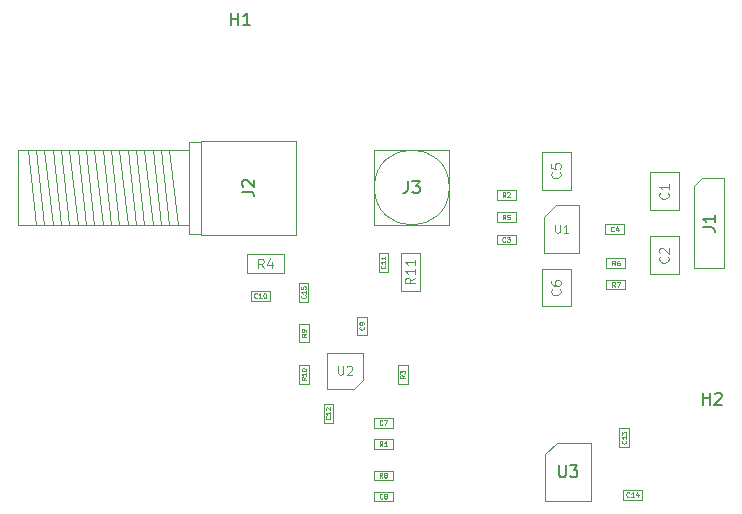
<source format=gbr>
G04 #@! TF.GenerationSoftware,KiCad,Pcbnew,(6.0.5)*
G04 #@! TF.CreationDate,2022-06-03T12:50:18+02:00*
G04 #@! TF.ProjectId,PDH_photodiode,5044485f-7068-46f7-946f-64696f64652e,1.3*
G04 #@! TF.SameCoordinates,Original*
G04 #@! TF.FileFunction,AssemblyDrawing,Top*
%FSLAX45Y45*%
G04 Gerber Fmt 4.5, Leading zero omitted, Abs format (unit mm)*
G04 Created by KiCad (PCBNEW (6.0.5)) date 2022-06-03 12:50:18*
%MOMM*%
%LPD*%
G01*
G04 APERTURE LIST*
%ADD10C,0.120000*%
%ADD11C,0.060000*%
%ADD12C,0.100000*%
%ADD13C,0.150000*%
%ADD14C,0.110000*%
G04 APERTURE END LIST*
D10*
X13858571Y-6243333D02*
X13862381Y-6247143D01*
X13866190Y-6258571D01*
X13866190Y-6266190D01*
X13862381Y-6277619D01*
X13854762Y-6285238D01*
X13847143Y-6289048D01*
X13831905Y-6292857D01*
X13820476Y-6292857D01*
X13805238Y-6289048D01*
X13797619Y-6285238D01*
X13790000Y-6277619D01*
X13786190Y-6266190D01*
X13786190Y-6258571D01*
X13790000Y-6247143D01*
X13793809Y-6243333D01*
X13786190Y-6170952D02*
X13786190Y-6209048D01*
X13824286Y-6212857D01*
X13820476Y-6209048D01*
X13816667Y-6201428D01*
X13816667Y-6182381D01*
X13820476Y-6174762D01*
X13824286Y-6170952D01*
X13831905Y-6167143D01*
X13850952Y-6167143D01*
X13858571Y-6170952D01*
X13862381Y-6174762D01*
X13866190Y-6182381D01*
X13866190Y-6201428D01*
X13862381Y-6209048D01*
X13858571Y-6212857D01*
X13858571Y-7233333D02*
X13862381Y-7237143D01*
X13866190Y-7248571D01*
X13866190Y-7256190D01*
X13862381Y-7267619D01*
X13854762Y-7275238D01*
X13847143Y-7279048D01*
X13831905Y-7282857D01*
X13820476Y-7282857D01*
X13805238Y-7279048D01*
X13797619Y-7275238D01*
X13790000Y-7267619D01*
X13786190Y-7256190D01*
X13786190Y-7248571D01*
X13790000Y-7237143D01*
X13793809Y-7233333D01*
X13786190Y-7164762D02*
X13786190Y-7180000D01*
X13790000Y-7187619D01*
X13793809Y-7191428D01*
X13805238Y-7199048D01*
X13820476Y-7202857D01*
X13850952Y-7202857D01*
X13858571Y-7199048D01*
X13862381Y-7195238D01*
X13866190Y-7187619D01*
X13866190Y-7172381D01*
X13862381Y-7164762D01*
X13858571Y-7160952D01*
X13850952Y-7157143D01*
X13831905Y-7157143D01*
X13824286Y-7160952D01*
X13820476Y-7164762D01*
X13816667Y-7172381D01*
X13816667Y-7187619D01*
X13820476Y-7195238D01*
X13824286Y-7199048D01*
X13831905Y-7202857D01*
D11*
X12358333Y-9002686D02*
X12356428Y-9004590D01*
X12350714Y-9006495D01*
X12346905Y-9006495D01*
X12341190Y-9004590D01*
X12337381Y-9000781D01*
X12335476Y-8996971D01*
X12333571Y-8989352D01*
X12333571Y-8983638D01*
X12335476Y-8976019D01*
X12337381Y-8972210D01*
X12341190Y-8968400D01*
X12346905Y-8966495D01*
X12350714Y-8966495D01*
X12356428Y-8968400D01*
X12358333Y-8970305D01*
X12381190Y-8983638D02*
X12377381Y-8981733D01*
X12375476Y-8979829D01*
X12373571Y-8976019D01*
X12373571Y-8974114D01*
X12375476Y-8970305D01*
X12377381Y-8968400D01*
X12381190Y-8966495D01*
X12388809Y-8966495D01*
X12392619Y-8968400D01*
X12394524Y-8970305D01*
X12396428Y-8974114D01*
X12396428Y-8976019D01*
X12394524Y-8979829D01*
X12392619Y-8981733D01*
X12388809Y-8983638D01*
X12381190Y-8983638D01*
X12377381Y-8985543D01*
X12375476Y-8987448D01*
X12373571Y-8991257D01*
X12373571Y-8998876D01*
X12375476Y-9002686D01*
X12377381Y-9004590D01*
X12381190Y-9006495D01*
X12388809Y-9006495D01*
X12392619Y-9004590D01*
X12394524Y-9002686D01*
X12396428Y-8998876D01*
X12396428Y-8991257D01*
X12394524Y-8987448D01*
X12392619Y-8985543D01*
X12388809Y-8983638D01*
X12199286Y-7551667D02*
X12201190Y-7553571D01*
X12203095Y-7559286D01*
X12203095Y-7563095D01*
X12201190Y-7568809D01*
X12197381Y-7572619D01*
X12193571Y-7574524D01*
X12185952Y-7576428D01*
X12180238Y-7576428D01*
X12172619Y-7574524D01*
X12168809Y-7572619D01*
X12165000Y-7568809D01*
X12163095Y-7563095D01*
X12163095Y-7559286D01*
X12165000Y-7553571D01*
X12166905Y-7551667D01*
X12203095Y-7532619D02*
X12203095Y-7525000D01*
X12201190Y-7521190D01*
X12199286Y-7519286D01*
X12193571Y-7515476D01*
X12185952Y-7513571D01*
X12170714Y-7513571D01*
X12166905Y-7515476D01*
X12165000Y-7517381D01*
X12163095Y-7521190D01*
X12163095Y-7528809D01*
X12165000Y-7532619D01*
X12166905Y-7534524D01*
X12170714Y-7536428D01*
X12180238Y-7536428D01*
X12184048Y-7534524D01*
X12185952Y-7532619D01*
X12187857Y-7528809D01*
X12187857Y-7521190D01*
X12185952Y-7517381D01*
X12184048Y-7515476D01*
X12180238Y-7513571D01*
X11914286Y-8310714D02*
X11916190Y-8312619D01*
X11918095Y-8318333D01*
X11918095Y-8322143D01*
X11916190Y-8327857D01*
X11912381Y-8331667D01*
X11908571Y-8333571D01*
X11900952Y-8335476D01*
X11895238Y-8335476D01*
X11887619Y-8333571D01*
X11883809Y-8331667D01*
X11880000Y-8327857D01*
X11878095Y-8322143D01*
X11878095Y-8318333D01*
X11880000Y-8312619D01*
X11881905Y-8310714D01*
X11918095Y-8272619D02*
X11918095Y-8295476D01*
X11918095Y-8284048D02*
X11878095Y-8284048D01*
X11883809Y-8287857D01*
X11887619Y-8291667D01*
X11889524Y-8295476D01*
X11881905Y-8257381D02*
X11880000Y-8255476D01*
X11878095Y-8251667D01*
X11878095Y-8242143D01*
X11880000Y-8238333D01*
X11881905Y-8236428D01*
X11885714Y-8234524D01*
X11889524Y-8234524D01*
X11895238Y-8236428D01*
X11918095Y-8259286D01*
X11918095Y-8234524D01*
D10*
X14773571Y-6418333D02*
X14777381Y-6422143D01*
X14781190Y-6433571D01*
X14781190Y-6441190D01*
X14777381Y-6452619D01*
X14769762Y-6460238D01*
X14762143Y-6464048D01*
X14746905Y-6467857D01*
X14735476Y-6467857D01*
X14720238Y-6464048D01*
X14712619Y-6460238D01*
X14705000Y-6452619D01*
X14701190Y-6441190D01*
X14701190Y-6433571D01*
X14705000Y-6422143D01*
X14708809Y-6418333D01*
X14781190Y-6342143D02*
X14781190Y-6387857D01*
X14781190Y-6365000D02*
X14701190Y-6365000D01*
X14712619Y-6372619D01*
X14720238Y-6380238D01*
X14724048Y-6387857D01*
X14773571Y-6958333D02*
X14777381Y-6962143D01*
X14781190Y-6973571D01*
X14781190Y-6981190D01*
X14777381Y-6992619D01*
X14769762Y-7000238D01*
X14762143Y-7004048D01*
X14746905Y-7007857D01*
X14735476Y-7007857D01*
X14720238Y-7004048D01*
X14712619Y-7000238D01*
X14705000Y-6992619D01*
X14701190Y-6981190D01*
X14701190Y-6973571D01*
X14705000Y-6962143D01*
X14708809Y-6958333D01*
X14708809Y-6927857D02*
X14705000Y-6924048D01*
X14701190Y-6916428D01*
X14701190Y-6897381D01*
X14705000Y-6889762D01*
X14708809Y-6885952D01*
X14716428Y-6882143D01*
X14724048Y-6882143D01*
X14735476Y-6885952D01*
X14781190Y-6931667D01*
X14781190Y-6882143D01*
D12*
X13821667Y-6686667D02*
X13821667Y-6743333D01*
X13825000Y-6750000D01*
X13828333Y-6753333D01*
X13835000Y-6756667D01*
X13848333Y-6756667D01*
X13855000Y-6753333D01*
X13858333Y-6750000D01*
X13861667Y-6743333D01*
X13861667Y-6686667D01*
X13931667Y-6756667D02*
X13891667Y-6756667D01*
X13911667Y-6756667D02*
X13911667Y-6686667D01*
X13905000Y-6696667D01*
X13898333Y-6703333D01*
X13891667Y-6706667D01*
D11*
X14318333Y-6739286D02*
X14316428Y-6741190D01*
X14310714Y-6743095D01*
X14306905Y-6743095D01*
X14301190Y-6741190D01*
X14297381Y-6737381D01*
X14295476Y-6733571D01*
X14293571Y-6725952D01*
X14293571Y-6720238D01*
X14295476Y-6712619D01*
X14297381Y-6708809D01*
X14301190Y-6705000D01*
X14306905Y-6703095D01*
X14310714Y-6703095D01*
X14316428Y-6705000D01*
X14318333Y-6706905D01*
X14352619Y-6716428D02*
X14352619Y-6743095D01*
X14343095Y-6701190D02*
X14333571Y-6729762D01*
X14358333Y-6729762D01*
D13*
X15070238Y-6708333D02*
X15141667Y-6708333D01*
X15155952Y-6713095D01*
X15165476Y-6722619D01*
X15170238Y-6736905D01*
X15170238Y-6746428D01*
X15170238Y-6608333D02*
X15170238Y-6665476D01*
X15170238Y-6636905D02*
X15070238Y-6636905D01*
X15084524Y-6646428D01*
X15094048Y-6655952D01*
X15098809Y-6665476D01*
D10*
X11354167Y-7056190D02*
X11327500Y-7018095D01*
X11308452Y-7056190D02*
X11308452Y-6976190D01*
X11338928Y-6976190D01*
X11346548Y-6980000D01*
X11350357Y-6983809D01*
X11354167Y-6991428D01*
X11354167Y-7002857D01*
X11350357Y-7010476D01*
X11346548Y-7014286D01*
X11338928Y-7018095D01*
X11308452Y-7018095D01*
X11422738Y-7002857D02*
X11422738Y-7056190D01*
X11403690Y-6972381D02*
X11384643Y-7029524D01*
X11434167Y-7029524D01*
D11*
X11296786Y-7304286D02*
X11294881Y-7306190D01*
X11289167Y-7308095D01*
X11285357Y-7308095D01*
X11279643Y-7306190D01*
X11275833Y-7302381D01*
X11273928Y-7298571D01*
X11272024Y-7290952D01*
X11272024Y-7285238D01*
X11273928Y-7277619D01*
X11275833Y-7273809D01*
X11279643Y-7270000D01*
X11285357Y-7268095D01*
X11289167Y-7268095D01*
X11294881Y-7270000D01*
X11296786Y-7271905D01*
X11334881Y-7308095D02*
X11312024Y-7308095D01*
X11323452Y-7308095D02*
X11323452Y-7268095D01*
X11319643Y-7273809D01*
X11315833Y-7277619D01*
X11312024Y-7279524D01*
X11359643Y-7268095D02*
X11363452Y-7268095D01*
X11367262Y-7270000D01*
X11369167Y-7271905D01*
X11371071Y-7275714D01*
X11372976Y-7283333D01*
X11372976Y-7292857D01*
X11371071Y-7300476D01*
X11369167Y-7304286D01*
X11367262Y-7306190D01*
X11363452Y-7308095D01*
X11359643Y-7308095D01*
X11355833Y-7306190D01*
X11353928Y-7304286D01*
X11352024Y-7300476D01*
X11350119Y-7292857D01*
X11350119Y-7283333D01*
X11352024Y-7275714D01*
X11353928Y-7271905D01*
X11355833Y-7270000D01*
X11359643Y-7268095D01*
X12379286Y-7033214D02*
X12381190Y-7035119D01*
X12383095Y-7040833D01*
X12383095Y-7044643D01*
X12381190Y-7050357D01*
X12377381Y-7054167D01*
X12373571Y-7056071D01*
X12365952Y-7057976D01*
X12360238Y-7057976D01*
X12352619Y-7056071D01*
X12348809Y-7054167D01*
X12345000Y-7050357D01*
X12343095Y-7044643D01*
X12343095Y-7040833D01*
X12345000Y-7035119D01*
X12346905Y-7033214D01*
X12383095Y-6995119D02*
X12383095Y-7017976D01*
X12383095Y-7006548D02*
X12343095Y-7006548D01*
X12348809Y-7010357D01*
X12352619Y-7014167D01*
X12354524Y-7017976D01*
X12383095Y-6957024D02*
X12383095Y-6979881D01*
X12383095Y-6968452D02*
X12343095Y-6968452D01*
X12348809Y-6972262D01*
X12352619Y-6976071D01*
X12354524Y-6979881D01*
X12358333Y-8563095D02*
X12345000Y-8544048D01*
X12335476Y-8563095D02*
X12335476Y-8523095D01*
X12350714Y-8523095D01*
X12354524Y-8525000D01*
X12356428Y-8526905D01*
X12358333Y-8530714D01*
X12358333Y-8536429D01*
X12356428Y-8540238D01*
X12354524Y-8542143D01*
X12350714Y-8544048D01*
X12335476Y-8544048D01*
X12396428Y-8563095D02*
X12373571Y-8563095D01*
X12385000Y-8563095D02*
X12385000Y-8523095D01*
X12381190Y-8528810D01*
X12377381Y-8532619D01*
X12373571Y-8534524D01*
X13398333Y-6453095D02*
X13385000Y-6434048D01*
X13375476Y-6453095D02*
X13375476Y-6413095D01*
X13390714Y-6413095D01*
X13394524Y-6415000D01*
X13396428Y-6416905D01*
X13398333Y-6420714D01*
X13398333Y-6426428D01*
X13396428Y-6430238D01*
X13394524Y-6432143D01*
X13390714Y-6434048D01*
X13375476Y-6434048D01*
X13413571Y-6416905D02*
X13415476Y-6415000D01*
X13419286Y-6413095D01*
X13428809Y-6413095D01*
X13432619Y-6415000D01*
X13434524Y-6416905D01*
X13436428Y-6420714D01*
X13436428Y-6424524D01*
X13434524Y-6430238D01*
X13411667Y-6453095D01*
X13436428Y-6453095D01*
X14328333Y-7033095D02*
X14315000Y-7014048D01*
X14305476Y-7033095D02*
X14305476Y-6993095D01*
X14320714Y-6993095D01*
X14324524Y-6995000D01*
X14326428Y-6996905D01*
X14328333Y-7000714D01*
X14328333Y-7006428D01*
X14326428Y-7010238D01*
X14324524Y-7012143D01*
X14320714Y-7014048D01*
X14305476Y-7014048D01*
X14362619Y-6993095D02*
X14355000Y-6993095D01*
X14351190Y-6995000D01*
X14349286Y-6996905D01*
X14345476Y-7002619D01*
X14343571Y-7010238D01*
X14343571Y-7025476D01*
X14345476Y-7029286D01*
X14347381Y-7031190D01*
X14351190Y-7033095D01*
X14358809Y-7033095D01*
X14362619Y-7031190D01*
X14364524Y-7029286D01*
X14366428Y-7025476D01*
X14366428Y-7015952D01*
X14364524Y-7012143D01*
X14362619Y-7010238D01*
X14358809Y-7008333D01*
X14351190Y-7008333D01*
X14347381Y-7010238D01*
X14345476Y-7012143D01*
X14343571Y-7015952D01*
X14328333Y-7213095D02*
X14315000Y-7194048D01*
X14305476Y-7213095D02*
X14305476Y-7173095D01*
X14320714Y-7173095D01*
X14324524Y-7175000D01*
X14326428Y-7176905D01*
X14328333Y-7180714D01*
X14328333Y-7186428D01*
X14326428Y-7190238D01*
X14324524Y-7192143D01*
X14320714Y-7194048D01*
X14305476Y-7194048D01*
X14341667Y-7173095D02*
X14368333Y-7173095D01*
X14351190Y-7213095D01*
X12358333Y-8828695D02*
X12345000Y-8809648D01*
X12335476Y-8828695D02*
X12335476Y-8788695D01*
X12350714Y-8788695D01*
X12354524Y-8790600D01*
X12356428Y-8792505D01*
X12358333Y-8796314D01*
X12358333Y-8802029D01*
X12356428Y-8805838D01*
X12354524Y-8807743D01*
X12350714Y-8809648D01*
X12335476Y-8809648D01*
X12381190Y-8805838D02*
X12377381Y-8803933D01*
X12375476Y-8802029D01*
X12373571Y-8798219D01*
X12373571Y-8796314D01*
X12375476Y-8792505D01*
X12377381Y-8790600D01*
X12381190Y-8788695D01*
X12388809Y-8788695D01*
X12392619Y-8790600D01*
X12394524Y-8792505D01*
X12396428Y-8796314D01*
X12396428Y-8798219D01*
X12394524Y-8802029D01*
X12392619Y-8803933D01*
X12388809Y-8805838D01*
X12381190Y-8805838D01*
X12377381Y-8807743D01*
X12375476Y-8809648D01*
X12373571Y-8813457D01*
X12373571Y-8821076D01*
X12375476Y-8824886D01*
X12377381Y-8826790D01*
X12381190Y-8828695D01*
X12388809Y-8828695D01*
X12392619Y-8826790D01*
X12394524Y-8824886D01*
X12396428Y-8821076D01*
X12396428Y-8813457D01*
X12394524Y-8809648D01*
X12392619Y-8807743D01*
X12388809Y-8805838D01*
X11713095Y-7611667D02*
X11694048Y-7625000D01*
X11713095Y-7634524D02*
X11673095Y-7634524D01*
X11673095Y-7619286D01*
X11675000Y-7615476D01*
X11676905Y-7613571D01*
X11680714Y-7611667D01*
X11686428Y-7611667D01*
X11690238Y-7613571D01*
X11692143Y-7615476D01*
X11694048Y-7619286D01*
X11694048Y-7634524D01*
X11713095Y-7592619D02*
X11713095Y-7585000D01*
X11711190Y-7581190D01*
X11709286Y-7579286D01*
X11703571Y-7575476D01*
X11695952Y-7573571D01*
X11680714Y-7573571D01*
X11676905Y-7575476D01*
X11675000Y-7577381D01*
X11673095Y-7581190D01*
X11673095Y-7588809D01*
X11675000Y-7592619D01*
X11676905Y-7594524D01*
X11680714Y-7596428D01*
X11690238Y-7596428D01*
X11694048Y-7594524D01*
X11695952Y-7592619D01*
X11697857Y-7588809D01*
X11697857Y-7581190D01*
X11695952Y-7577381D01*
X11694048Y-7575476D01*
X11690238Y-7573571D01*
X11713095Y-7980714D02*
X11694048Y-7994048D01*
X11713095Y-8003571D02*
X11673095Y-8003571D01*
X11673095Y-7988333D01*
X11675000Y-7984524D01*
X11676905Y-7982619D01*
X11680714Y-7980714D01*
X11686428Y-7980714D01*
X11690238Y-7982619D01*
X11692143Y-7984524D01*
X11694048Y-7988333D01*
X11694048Y-8003571D01*
X11713095Y-7942619D02*
X11713095Y-7965476D01*
X11713095Y-7954048D02*
X11673095Y-7954048D01*
X11678809Y-7957857D01*
X11682619Y-7961667D01*
X11684524Y-7965476D01*
X11673095Y-7917857D02*
X11673095Y-7914048D01*
X11675000Y-7910238D01*
X11676905Y-7908333D01*
X11680714Y-7906428D01*
X11688333Y-7904524D01*
X11697857Y-7904524D01*
X11705476Y-7906428D01*
X11709286Y-7908333D01*
X11711190Y-7910238D01*
X11713095Y-7914048D01*
X11713095Y-7917857D01*
X11711190Y-7921667D01*
X11709286Y-7923571D01*
X11705476Y-7925476D01*
X11697857Y-7927381D01*
X11688333Y-7927381D01*
X11680714Y-7925476D01*
X11676905Y-7923571D01*
X11675000Y-7921667D01*
X11673095Y-7917857D01*
D10*
X12631190Y-7136428D02*
X12593095Y-7163095D01*
X12631190Y-7182143D02*
X12551190Y-7182143D01*
X12551190Y-7151667D01*
X12555000Y-7144048D01*
X12558809Y-7140238D01*
X12566428Y-7136428D01*
X12577857Y-7136428D01*
X12585476Y-7140238D01*
X12589286Y-7144048D01*
X12593095Y-7151667D01*
X12593095Y-7182143D01*
X12631190Y-7060238D02*
X12631190Y-7105952D01*
X12631190Y-7083095D02*
X12551190Y-7083095D01*
X12562619Y-7090714D01*
X12570238Y-7098333D01*
X12574048Y-7105952D01*
X12631190Y-6984048D02*
X12631190Y-7029762D01*
X12631190Y-7006905D02*
X12551190Y-7006905D01*
X12562619Y-7014524D01*
X12570238Y-7022143D01*
X12574048Y-7029762D01*
D14*
X11982857Y-7883928D02*
X11982857Y-7944643D01*
X11986428Y-7951786D01*
X11990000Y-7955357D01*
X11997143Y-7958928D01*
X12011428Y-7958928D01*
X12018571Y-7955357D01*
X12022143Y-7951786D01*
X12025714Y-7944643D01*
X12025714Y-7883928D01*
X12057857Y-7891071D02*
X12061428Y-7887500D01*
X12068571Y-7883928D01*
X12086428Y-7883928D01*
X12093571Y-7887500D01*
X12097143Y-7891071D01*
X12100714Y-7898214D01*
X12100714Y-7905357D01*
X12097143Y-7916071D01*
X12054286Y-7958928D01*
X12100714Y-7958928D01*
D11*
X13398333Y-6829286D02*
X13396428Y-6831190D01*
X13390714Y-6833095D01*
X13386905Y-6833095D01*
X13381190Y-6831190D01*
X13377381Y-6827381D01*
X13375476Y-6823571D01*
X13373571Y-6815952D01*
X13373571Y-6810238D01*
X13375476Y-6802619D01*
X13377381Y-6798809D01*
X13381190Y-6795000D01*
X13386905Y-6793095D01*
X13390714Y-6793095D01*
X13396428Y-6795000D01*
X13398333Y-6796905D01*
X13411667Y-6793095D02*
X13436428Y-6793095D01*
X13423095Y-6808333D01*
X13428809Y-6808333D01*
X13432619Y-6810238D01*
X13434524Y-6812143D01*
X13436428Y-6815952D01*
X13436428Y-6825476D01*
X13434524Y-6829286D01*
X13432619Y-6831190D01*
X13428809Y-6833095D01*
X13417381Y-6833095D01*
X13413571Y-6831190D01*
X13411667Y-6829286D01*
X13398333Y-6643095D02*
X13385000Y-6624048D01*
X13375476Y-6643095D02*
X13375476Y-6603095D01*
X13390714Y-6603095D01*
X13394524Y-6605000D01*
X13396428Y-6606905D01*
X13398333Y-6610714D01*
X13398333Y-6616428D01*
X13396428Y-6620238D01*
X13394524Y-6622143D01*
X13390714Y-6624048D01*
X13375476Y-6624048D01*
X13434524Y-6603095D02*
X13415476Y-6603095D01*
X13413571Y-6622143D01*
X13415476Y-6620238D01*
X13419286Y-6618333D01*
X13428809Y-6618333D01*
X13432619Y-6620238D01*
X13434524Y-6622143D01*
X13436428Y-6625952D01*
X13436428Y-6635476D01*
X13434524Y-6639286D01*
X13432619Y-6641190D01*
X13428809Y-6643095D01*
X13419286Y-6643095D01*
X13415476Y-6641190D01*
X13413571Y-6639286D01*
X12358333Y-8379286D02*
X12356428Y-8381190D01*
X12350714Y-8383095D01*
X12346905Y-8383095D01*
X12341190Y-8381190D01*
X12337381Y-8377381D01*
X12335476Y-8373571D01*
X12333571Y-8365952D01*
X12333571Y-8360238D01*
X12335476Y-8352619D01*
X12337381Y-8348809D01*
X12341190Y-8345000D01*
X12346905Y-8343095D01*
X12350714Y-8343095D01*
X12356428Y-8345000D01*
X12358333Y-8346905D01*
X12371667Y-8343095D02*
X12398333Y-8343095D01*
X12381190Y-8383095D01*
X12548095Y-7961667D02*
X12529048Y-7975000D01*
X12548095Y-7984524D02*
X12508095Y-7984524D01*
X12508095Y-7969286D01*
X12510000Y-7965476D01*
X12511905Y-7963571D01*
X12515714Y-7961667D01*
X12521428Y-7961667D01*
X12525238Y-7963571D01*
X12527143Y-7965476D01*
X12529048Y-7969286D01*
X12529048Y-7984524D01*
X12508095Y-7948333D02*
X12508095Y-7923571D01*
X12523333Y-7936905D01*
X12523333Y-7931190D01*
X12525238Y-7927381D01*
X12527143Y-7925476D01*
X12530952Y-7923571D01*
X12540476Y-7923571D01*
X12544286Y-7925476D01*
X12546190Y-7927381D01*
X12548095Y-7931190D01*
X12548095Y-7942619D01*
X12546190Y-7946428D01*
X12544286Y-7948333D01*
D13*
X11078810Y-4995238D02*
X11078810Y-4895238D01*
X11078810Y-4942857D02*
X11135952Y-4942857D01*
X11135952Y-4995238D02*
X11135952Y-4895238D01*
X11235952Y-4995238D02*
X11178810Y-4995238D01*
X11207381Y-4995238D02*
X11207381Y-4895238D01*
X11197857Y-4909524D01*
X11188333Y-4919048D01*
X11178810Y-4923810D01*
X15073809Y-8210238D02*
X15073809Y-8110238D01*
X15073809Y-8157857D02*
X15130952Y-8157857D01*
X15130952Y-8210238D02*
X15130952Y-8110238D01*
X15173809Y-8119762D02*
X15178571Y-8115000D01*
X15188095Y-8110238D01*
X15211905Y-8110238D01*
X15221428Y-8115000D01*
X15226190Y-8119762D01*
X15230952Y-8129286D01*
X15230952Y-8138809D01*
X15226190Y-8153095D01*
X15169048Y-8210238D01*
X15230952Y-8210238D01*
X12574167Y-6317738D02*
X12574167Y-6389167D01*
X12569405Y-6403452D01*
X12559881Y-6412976D01*
X12545595Y-6417738D01*
X12536071Y-6417738D01*
X12612262Y-6317738D02*
X12674167Y-6317738D01*
X12640833Y-6355833D01*
X12655119Y-6355833D01*
X12664643Y-6360595D01*
X12669405Y-6365357D01*
X12674167Y-6374881D01*
X12674167Y-6398690D01*
X12669405Y-6408214D01*
X12664643Y-6412976D01*
X12655119Y-6417738D01*
X12626548Y-6417738D01*
X12617024Y-6412976D01*
X12612262Y-6408214D01*
X11170238Y-6408333D02*
X11241667Y-6408333D01*
X11255952Y-6413095D01*
X11265476Y-6422619D01*
X11270238Y-6436905D01*
X11270238Y-6446428D01*
X11179762Y-6365476D02*
X11175000Y-6360714D01*
X11170238Y-6351190D01*
X11170238Y-6327381D01*
X11175000Y-6317857D01*
X11179762Y-6313095D01*
X11189286Y-6308333D01*
X11198809Y-6308333D01*
X11213095Y-6313095D01*
X11270238Y-6370238D01*
X11270238Y-6308333D01*
D11*
X14419286Y-8515714D02*
X14421190Y-8517619D01*
X14423095Y-8523333D01*
X14423095Y-8527143D01*
X14421190Y-8532857D01*
X14417381Y-8536667D01*
X14413571Y-8538571D01*
X14405952Y-8540476D01*
X14400238Y-8540476D01*
X14392619Y-8538571D01*
X14388809Y-8536667D01*
X14385000Y-8532857D01*
X14383095Y-8527143D01*
X14383095Y-8523333D01*
X14385000Y-8517619D01*
X14386905Y-8515714D01*
X14423095Y-8477619D02*
X14423095Y-8500476D01*
X14423095Y-8489048D02*
X14383095Y-8489048D01*
X14388809Y-8492857D01*
X14392619Y-8496667D01*
X14394524Y-8500476D01*
X14383095Y-8464286D02*
X14383095Y-8439524D01*
X14398333Y-8452857D01*
X14398333Y-8447143D01*
X14400238Y-8443333D01*
X14402143Y-8441429D01*
X14405952Y-8439524D01*
X14415476Y-8439524D01*
X14419286Y-8441429D01*
X14421190Y-8443333D01*
X14423095Y-8447143D01*
X14423095Y-8458571D01*
X14421190Y-8462381D01*
X14419286Y-8464286D01*
X14449286Y-8989286D02*
X14447381Y-8991190D01*
X14441667Y-8993095D01*
X14437857Y-8993095D01*
X14432143Y-8991190D01*
X14428333Y-8987381D01*
X14426428Y-8983571D01*
X14424524Y-8975952D01*
X14424524Y-8970238D01*
X14426428Y-8962619D01*
X14428333Y-8958810D01*
X14432143Y-8955000D01*
X14437857Y-8953095D01*
X14441667Y-8953095D01*
X14447381Y-8955000D01*
X14449286Y-8956905D01*
X14487381Y-8993095D02*
X14464524Y-8993095D01*
X14475952Y-8993095D02*
X14475952Y-8953095D01*
X14472143Y-8958810D01*
X14468333Y-8962619D01*
X14464524Y-8964524D01*
X14521667Y-8966429D02*
X14521667Y-8993095D01*
X14512143Y-8951190D02*
X14502619Y-8979762D01*
X14527381Y-8979762D01*
D13*
X13855333Y-8726333D02*
X13855333Y-8805667D01*
X13860000Y-8815000D01*
X13864667Y-8819667D01*
X13874000Y-8824333D01*
X13892667Y-8824333D01*
X13902000Y-8819667D01*
X13906667Y-8815000D01*
X13911333Y-8805667D01*
X13911333Y-8726333D01*
X13948667Y-8726333D02*
X14009333Y-8726333D01*
X13976667Y-8763667D01*
X13990667Y-8763667D01*
X14000000Y-8768333D01*
X14004667Y-8773000D01*
X14009333Y-8782333D01*
X14009333Y-8805667D01*
X14004667Y-8815000D01*
X14000000Y-8819667D01*
X13990667Y-8824333D01*
X13962667Y-8824333D01*
X13953333Y-8819667D01*
X13948667Y-8815000D01*
D11*
X11706486Y-7286914D02*
X11708390Y-7288819D01*
X11710295Y-7294533D01*
X11710295Y-7298343D01*
X11708390Y-7304057D01*
X11704581Y-7307867D01*
X11700771Y-7309771D01*
X11693152Y-7311676D01*
X11687438Y-7311676D01*
X11679819Y-7309771D01*
X11676009Y-7307867D01*
X11672200Y-7304057D01*
X11670295Y-7298343D01*
X11670295Y-7294533D01*
X11672200Y-7288819D01*
X11674105Y-7286914D01*
X11710295Y-7248819D02*
X11710295Y-7271676D01*
X11710295Y-7260248D02*
X11670295Y-7260248D01*
X11676009Y-7264057D01*
X11679819Y-7267867D01*
X11681724Y-7271676D01*
X11670295Y-7212628D02*
X11670295Y-7231676D01*
X11689343Y-7233581D01*
X11687438Y-7231676D01*
X11685533Y-7227867D01*
X11685533Y-7218343D01*
X11687438Y-7214533D01*
X11689343Y-7212628D01*
X11693152Y-7210724D01*
X11702676Y-7210724D01*
X11706486Y-7212628D01*
X11708390Y-7214533D01*
X11710295Y-7218343D01*
X11710295Y-7227867D01*
X11708390Y-7231676D01*
X11706486Y-7233581D01*
D12*
X13705000Y-6070000D02*
X13955000Y-6070000D01*
X13955000Y-6390000D02*
X13705000Y-6390000D01*
X13705000Y-6390000D02*
X13705000Y-6070000D01*
X13955000Y-6070000D02*
X13955000Y-6390000D01*
X13705000Y-7380000D02*
X13705000Y-7060000D01*
X13955000Y-7380000D02*
X13705000Y-7380000D01*
X13955000Y-7060000D02*
X13955000Y-7380000D01*
X13705000Y-7060000D02*
X13955000Y-7060000D01*
X12285000Y-9028400D02*
X12285000Y-8948400D01*
X12445000Y-9028400D02*
X12285000Y-9028400D01*
X12445000Y-8948400D02*
X12445000Y-9028400D01*
X12285000Y-8948400D02*
X12445000Y-8948400D01*
X12145000Y-7465000D02*
X12225000Y-7465000D01*
X12145000Y-7625000D02*
X12145000Y-7465000D01*
X12225000Y-7625000D02*
X12145000Y-7625000D01*
X12225000Y-7465000D02*
X12225000Y-7625000D01*
X11940000Y-8365000D02*
X11860000Y-8365000D01*
X11860000Y-8205000D02*
X11940000Y-8205000D01*
X11860000Y-8365000D02*
X11860000Y-8205000D01*
X11940000Y-8205000D02*
X11940000Y-8365000D01*
X14870000Y-6565000D02*
X14620000Y-6565000D01*
X14620000Y-6565000D02*
X14620000Y-6245000D01*
X14620000Y-6245000D02*
X14870000Y-6245000D01*
X14870000Y-6245000D02*
X14870000Y-6565000D01*
X14620000Y-6785000D02*
X14870000Y-6785000D01*
X14620000Y-7105000D02*
X14620000Y-6785000D01*
X14870000Y-6785000D02*
X14870000Y-7105000D01*
X14870000Y-7105000D02*
X14620000Y-7105000D01*
X14025000Y-6525000D02*
X14025000Y-6925000D01*
X13825000Y-6525000D02*
X14025000Y-6525000D01*
X13725000Y-6625000D02*
X13825000Y-6525000D01*
X14025000Y-6925000D02*
X13725000Y-6925000D01*
X13725000Y-6925000D02*
X13725000Y-6625000D01*
X14245000Y-6765000D02*
X14245000Y-6685000D01*
X14405000Y-6685000D02*
X14405000Y-6765000D01*
X14405000Y-6765000D02*
X14245000Y-6765000D01*
X14245000Y-6685000D02*
X14405000Y-6685000D01*
X14998000Y-6357500D02*
X15061500Y-6294000D01*
X14998000Y-7056000D02*
X14998000Y-6357500D01*
X15061500Y-6294000D02*
X15252000Y-6294000D01*
X15252000Y-7056000D02*
X14998000Y-7056000D01*
X15252000Y-6294000D02*
X15252000Y-7056000D01*
X11207500Y-6940000D02*
X11527500Y-6940000D01*
X11527500Y-6940000D02*
X11527500Y-7100000D01*
X11527500Y-7100000D02*
X11207500Y-7100000D01*
X11207500Y-7100000D02*
X11207500Y-6940000D01*
X11402500Y-7250000D02*
X11402500Y-7330000D01*
X11402500Y-7330000D02*
X11242500Y-7330000D01*
X11242500Y-7250000D02*
X11402500Y-7250000D01*
X11242500Y-7330000D02*
X11242500Y-7250000D01*
X12325000Y-6927500D02*
X12405000Y-6927500D01*
X12405000Y-7087500D02*
X12325000Y-7087500D01*
X12325000Y-7087500D02*
X12325000Y-6927500D01*
X12405000Y-6927500D02*
X12405000Y-7087500D01*
X12285000Y-8586250D02*
X12285000Y-8503750D01*
X12445000Y-8586250D02*
X12285000Y-8586250D01*
X12445000Y-8503750D02*
X12445000Y-8586250D01*
X12285000Y-8503750D02*
X12445000Y-8503750D01*
X13485000Y-6393750D02*
X13485000Y-6476250D01*
X13325000Y-6393750D02*
X13485000Y-6393750D01*
X13325000Y-6476250D02*
X13325000Y-6393750D01*
X13485000Y-6476250D02*
X13325000Y-6476250D01*
X14255000Y-7056250D02*
X14255000Y-6973750D01*
X14415000Y-6973750D02*
X14415000Y-7056250D01*
X14415000Y-7056250D02*
X14255000Y-7056250D01*
X14255000Y-6973750D02*
X14415000Y-6973750D01*
X14255000Y-7236250D02*
X14255000Y-7153750D01*
X14255000Y-7153750D02*
X14415000Y-7153750D01*
X14415000Y-7236250D02*
X14255000Y-7236250D01*
X14415000Y-7153750D02*
X14415000Y-7236250D01*
X12445000Y-8851850D02*
X12285000Y-8851850D01*
X12285000Y-8851850D02*
X12285000Y-8769350D01*
X12285000Y-8769350D02*
X12445000Y-8769350D01*
X12445000Y-8769350D02*
X12445000Y-8851850D01*
X11653750Y-7685000D02*
X11653750Y-7525000D01*
X11736250Y-7525000D02*
X11736250Y-7685000D01*
X11736250Y-7685000D02*
X11653750Y-7685000D01*
X11653750Y-7525000D02*
X11736250Y-7525000D01*
X11736250Y-7875000D02*
X11736250Y-8035000D01*
X11653750Y-8035000D02*
X11653750Y-7875000D01*
X11653750Y-7875000D02*
X11736250Y-7875000D01*
X11736250Y-8035000D02*
X11653750Y-8035000D01*
X12675000Y-6925000D02*
X12675000Y-7245000D01*
X12675000Y-7245000D02*
X12515000Y-7245000D01*
X12515000Y-6925000D02*
X12675000Y-6925000D01*
X12515000Y-7245000D02*
X12515000Y-6925000D01*
X12115000Y-8075000D02*
X11890000Y-8075000D01*
X12190000Y-7775000D02*
X12190000Y-8000000D01*
X11890000Y-7775000D02*
X12190000Y-7775000D01*
X12190000Y-8000000D02*
X12115000Y-8075000D01*
X11890000Y-8075000D02*
X11890000Y-7775000D01*
X13485000Y-6855000D02*
X13325000Y-6855000D01*
X13325000Y-6775000D02*
X13485000Y-6775000D01*
X13325000Y-6855000D02*
X13325000Y-6775000D01*
X13485000Y-6775000D02*
X13485000Y-6855000D01*
X13485000Y-6666250D02*
X13325000Y-6666250D01*
X13325000Y-6666250D02*
X13325000Y-6583750D01*
X13325000Y-6583750D02*
X13485000Y-6583750D01*
X13485000Y-6583750D02*
X13485000Y-6666250D01*
X12445000Y-8405000D02*
X12285000Y-8405000D01*
X12285000Y-8325000D02*
X12445000Y-8325000D01*
X12445000Y-8325000D02*
X12445000Y-8405000D01*
X12285000Y-8405000D02*
X12285000Y-8325000D01*
X12571250Y-8035000D02*
X12488750Y-8035000D01*
X12571250Y-7875000D02*
X12571250Y-8035000D01*
X12488750Y-7875000D02*
X12571250Y-7875000D01*
X12488750Y-8035000D02*
X12488750Y-7875000D01*
X12290000Y-6690000D02*
X12290000Y-6055000D01*
X12925000Y-6055000D02*
X12290000Y-6055000D01*
X12925000Y-6690000D02*
X12925000Y-6055000D01*
X12925000Y-6690000D02*
X12290000Y-6690000D01*
X12925000Y-6372500D02*
G75*
G03*
X12925000Y-6372500I-317500J0D01*
G01*
X10554600Y-6692500D02*
X10484000Y-6057500D01*
X9275000Y-6692500D02*
X9275000Y-6057500D01*
X9919200Y-6692500D02*
X9848600Y-6057500D01*
X9275000Y-6692500D02*
X10718000Y-6692500D01*
X10825000Y-6775000D02*
X10825000Y-5975000D01*
X10342800Y-6692500D02*
X10272200Y-6057500D01*
X10272200Y-6692500D02*
X10201600Y-6057500D01*
X9778000Y-6692500D02*
X9707400Y-6057500D01*
X10625200Y-6692500D02*
X10554600Y-6057500D01*
X9425000Y-6692500D02*
X9354400Y-6057500D01*
X9989800Y-6692500D02*
X9919200Y-6057500D01*
X10484000Y-6692500D02*
X10413400Y-6057500D01*
X10825000Y-6775000D02*
X11625000Y-6775000D01*
X9495600Y-6692500D02*
X9425000Y-6057500D01*
X9275000Y-6057500D02*
X10718000Y-6057500D01*
X10718000Y-6765000D02*
X10825000Y-6765000D01*
X9566200Y-6692500D02*
X9495600Y-6057500D01*
X10825000Y-5975000D02*
X11625000Y-5975000D01*
X10825000Y-5985000D02*
X10718000Y-5985000D01*
X10131000Y-6692500D02*
X10060400Y-6057500D01*
X10201600Y-6692500D02*
X10131000Y-6057500D01*
X10060400Y-6692500D02*
X9989800Y-6057500D01*
X9636800Y-6692500D02*
X9566200Y-6057500D01*
X10718000Y-5985000D02*
X10718000Y-6765000D01*
X9707400Y-6692500D02*
X9636800Y-6057500D01*
X10413400Y-6692500D02*
X10342800Y-6057500D01*
X9848600Y-6692500D02*
X9778000Y-6057500D01*
X11625000Y-6775000D02*
X11625000Y-5975000D01*
X14365000Y-8570000D02*
X14365000Y-8410000D01*
X14445000Y-8410000D02*
X14445000Y-8570000D01*
X14445000Y-8570000D02*
X14365000Y-8570000D01*
X14365000Y-8410000D02*
X14445000Y-8410000D01*
X14555000Y-8935000D02*
X14555000Y-9015000D01*
X14395000Y-9015000D02*
X14395000Y-8935000D01*
X14555000Y-9015000D02*
X14395000Y-9015000D01*
X14395000Y-8935000D02*
X14555000Y-8935000D01*
X13735000Y-9025000D02*
X13735000Y-8632500D01*
X13832500Y-8535000D02*
X14125000Y-8535000D01*
X14125000Y-8535000D02*
X14125000Y-9025000D01*
X14125000Y-9025000D02*
X13735000Y-9025000D01*
X13735000Y-8632500D02*
X13832500Y-8535000D01*
X11732200Y-7181200D02*
X11732200Y-7341200D01*
X11652200Y-7181200D02*
X11732200Y-7181200D01*
X11732200Y-7341200D02*
X11652200Y-7341200D01*
X11652200Y-7341200D02*
X11652200Y-7181200D01*
M02*

</source>
